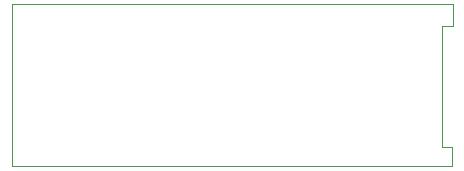
<source format=gbr>
%TF.GenerationSoftware,KiCad,Pcbnew,(6.0.2)*%
%TF.CreationDate,2022-07-11T18:19:18+02:00*%
%TF.ProjectId,ESP32-MicroView,45535033-322d-44d6-9963-726f56696577,rev?*%
%TF.SameCoordinates,Original*%
%TF.FileFunction,Profile,NP*%
%FSLAX46Y46*%
G04 Gerber Fmt 4.6, Leading zero omitted, Abs format (unit mm)*
G04 Created by KiCad (PCBNEW (6.0.2)) date 2022-07-11 18:19:18*
%MOMM*%
%LPD*%
G01*
G04 APERTURE LIST*
%TA.AperFunction,Profile*%
%ADD10C,0.100000*%
%TD*%
G04 APERTURE END LIST*
D10*
X101803200Y-38455600D02*
X101803200Y-48717200D01*
X65379600Y-36626800D02*
X102717600Y-36626800D01*
X102717600Y-38455600D02*
X102666800Y-38455600D01*
X102666800Y-50342800D02*
X65379600Y-50342800D01*
X102717600Y-36626800D02*
X102717600Y-38455600D01*
X65379600Y-50342800D02*
X65379600Y-36626800D01*
X102666800Y-48717200D02*
X102666800Y-50342800D01*
X101803200Y-48717200D02*
X102666800Y-48717200D01*
X102666800Y-38455600D02*
X101803200Y-38455600D01*
M02*

</source>
